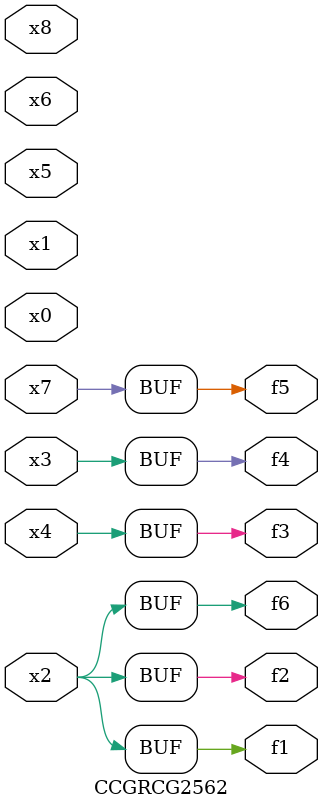
<source format=v>
module CCGRCG2562(
	input x0, x1, x2, x3, x4, x5, x6, x7, x8,
	output f1, f2, f3, f4, f5, f6
);
	assign f1 = x2;
	assign f2 = x2;
	assign f3 = x4;
	assign f4 = x3;
	assign f5 = x7;
	assign f6 = x2;
endmodule

</source>
